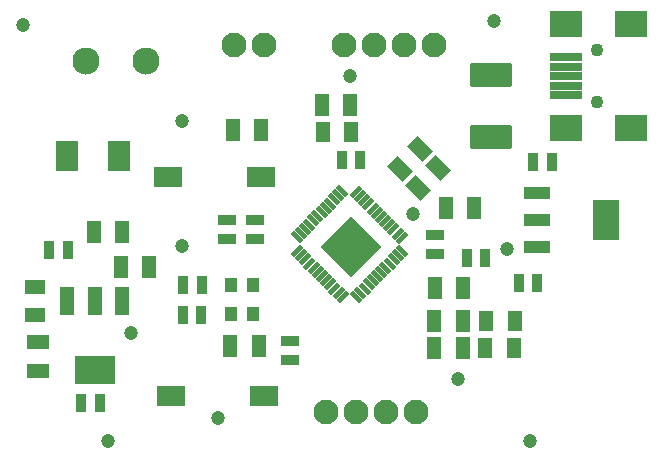
<source format=gts>
G04*
G04 #@! TF.GenerationSoftware,Altium Limited,Altium Designer,22.9.1 (49)*
G04*
G04 Layer_Color=8388736*
%FSLAX44Y44*%
%MOMM*%
G71*
G04*
G04 #@! TF.SameCoordinates,24B0C1BF-96A6-467D-9BB2-DF91BAA7A13C*
G04*
G04*
G04 #@! TF.FilePolarity,Negative*
G04*
G01*
G75*
%ADD24R,1.2000X1.8000*%
%ADD26R,1.8000X1.2000*%
G04:AMPARAMS|DCode=36|XSize=0.4mm|YSize=1.1mm|CornerRadius=0mm|HoleSize=0mm|Usage=FLASHONLY|Rotation=135.000|XOffset=0mm|YOffset=0mm|HoleType=Round|Shape=Rectangle|*
%AMROTATEDRECTD36*
4,1,4,0.5303,0.2475,-0.2475,-0.5303,-0.5303,-0.2475,0.2475,0.5303,0.5303,0.2475,0.0*
%
%ADD36ROTATEDRECTD36*%

G04:AMPARAMS|DCode=37|XSize=3.7mm|YSize=3.7mm|CornerRadius=0.14mm|HoleSize=0mm|Usage=FLASHONLY|Rotation=45.000|XOffset=0mm|YOffset=0mm|HoleType=Round|Shape=RoundedRectangle|*
%AMROUNDEDRECTD37*
21,1,3.7000,3.4200,0,0,45.0*
21,1,3.4200,3.7000,0,0,45.0*
1,1,0.2800,2.4183,0.0000*
1,1,0.2800,0.0000,-2.4183*
1,1,0.2800,-2.4183,0.0000*
1,1,0.2800,0.0000,2.4183*
%
%ADD37ROUNDEDRECTD37*%
G04:AMPARAMS|DCode=38|XSize=0.4mm|YSize=1.1mm|CornerRadius=0mm|HoleSize=0mm|Usage=FLASHONLY|Rotation=225.000|XOffset=0mm|YOffset=0mm|HoleType=Round|Shape=Rectangle|*
%AMROTATEDRECTD38*
4,1,4,-0.2475,0.5303,0.5303,-0.2475,0.2475,-0.5303,-0.5303,0.2475,-0.2475,0.5303,0.0*
%
%ADD38ROTATEDRECTD38*%

G04:AMPARAMS|DCode=39|XSize=2.1032mm|YSize=3.5732mm|CornerRadius=0.1681mm|HoleSize=0mm|Usage=FLASHONLY|Rotation=90.000|XOffset=0mm|YOffset=0mm|HoleType=Round|Shape=RoundedRectangle|*
%AMROUNDEDRECTD39*
21,1,2.1032,3.2370,0,0,90.0*
21,1,1.7670,3.5732,0,0,90.0*
1,1,0.3362,1.6185,0.8835*
1,1,0.3362,1.6185,-0.8835*
1,1,0.3362,-1.6185,-0.8835*
1,1,0.3362,-1.6185,0.8835*
%
%ADD39ROUNDEDRECTD39*%
%ADD40R,1.1032X1.2032*%
%ADD41R,2.2500X1.1000*%
%ADD42R,2.2500X3.3500*%
%ADD43R,2.2500X1.1000*%
%ADD44R,2.3832X1.8032*%
%ADD45R,1.3000X1.9000*%
G04:AMPARAMS|DCode=46|XSize=1.3mm|YSize=1.9mm|CornerRadius=0mm|HoleSize=0mm|Usage=FLASHONLY|Rotation=225.000|XOffset=0mm|YOffset=0mm|HoleType=Round|Shape=Rectangle|*
%AMROTATEDRECTD46*
4,1,4,-0.2121,1.1314,1.1314,-0.2121,0.2121,-1.1314,-1.1314,0.2121,-0.2121,1.1314,0.0*
%
%ADD46ROTATEDRECTD46*%

%ADD47R,1.9000X1.3000*%
%ADD48R,2.7032X2.2032*%
%ADD49R,2.7032X0.7032*%
%ADD50R,1.9000X2.6000*%
%ADD51R,0.9000X1.5000*%
%ADD52R,1.5000X0.9000*%
%ADD53R,1.1532X2.3532*%
%ADD54R,3.4532X2.3532*%
%ADD55C,2.3000*%
%ADD56C,1.1032*%
%ADD57C,2.1000*%
%ADD58C,1.2032*%
D24*
X302260Y294640D02*
D03*
X278260D02*
D03*
X440690Y134620D02*
D03*
X416690D02*
D03*
X439990Y111760D02*
D03*
X415990D02*
D03*
D26*
X34290Y163130D02*
D03*
Y139130D02*
D03*
D36*
X316932Y233018D02*
D03*
X320468Y229483D02*
D03*
X345217Y204734D02*
D03*
X341681Y208270D02*
D03*
X338146Y211805D02*
D03*
X331075Y218876D02*
D03*
X327539Y222412D02*
D03*
X334610Y215341D02*
D03*
X324003Y225947D02*
D03*
X313397Y236554D02*
D03*
X309861Y240090D02*
D03*
X306326Y243625D02*
D03*
X256404Y193562D02*
D03*
X270546Y179420D02*
D03*
X267011Y182955D02*
D03*
X263475Y186491D02*
D03*
X259940Y190026D02*
D03*
X295295Y154671D02*
D03*
X291759Y158207D02*
D03*
X288224Y161742D02*
D03*
X277617Y172349D02*
D03*
X281153Y168813D02*
D03*
X284688Y165278D02*
D03*
X274082Y175884D02*
D03*
D37*
X302260Y196850D02*
D03*
D38*
X306609Y154600D02*
D03*
X310144Y158136D02*
D03*
X313680Y161672D02*
D03*
X317215Y165207D02*
D03*
X295012Y244261D02*
D03*
X320751Y168743D02*
D03*
X324286Y172278D02*
D03*
X327822Y175814D02*
D03*
X331357Y179349D02*
D03*
X334893Y182885D02*
D03*
X338428Y186420D02*
D03*
X341964Y189956D02*
D03*
X345500Y193491D02*
D03*
X291477Y240726D02*
D03*
X287941Y237190D02*
D03*
X284406Y233655D02*
D03*
X280870Y230119D02*
D03*
X277334Y226584D02*
D03*
X273799Y223048D02*
D03*
X270263Y219513D02*
D03*
X266728Y215977D02*
D03*
X263192Y212442D02*
D03*
X259657Y208906D02*
D03*
X256121Y205371D02*
D03*
D39*
X420370Y342900D02*
D03*
Y289700D02*
D03*
D40*
X200680Y140370D02*
D03*
X218880Y140170D02*
D03*
X218880Y164970D02*
D03*
X200680Y164670D02*
D03*
D41*
X459950Y196710D02*
D03*
Y219710D02*
D03*
D42*
X517950D02*
D03*
D43*
X459950Y242710D02*
D03*
D44*
X147690Y256540D02*
D03*
X225690D02*
D03*
X150230Y71120D02*
D03*
X228230D02*
D03*
D45*
X382400Y229870D02*
D03*
X406400D02*
D03*
X225930Y295910D02*
D03*
X201930D02*
D03*
X224090Y113030D02*
D03*
X200090D02*
D03*
X396810Y134620D02*
D03*
X372810D02*
D03*
X373380Y162560D02*
D03*
X397380D02*
D03*
X396810Y111760D02*
D03*
X372810D02*
D03*
X301560Y317500D02*
D03*
X277560D02*
D03*
X84520Y209550D02*
D03*
X108520D02*
D03*
X107380Y180340D02*
D03*
X131380D02*
D03*
D46*
X360275Y280265D02*
D03*
X343305Y263295D02*
D03*
X375515Y263755D02*
D03*
X358545Y246785D02*
D03*
D47*
X36830Y92140D02*
D03*
Y116140D02*
D03*
D48*
X539490Y297630D02*
D03*
Y385630D02*
D03*
X484490D02*
D03*
Y297630D02*
D03*
D49*
Y357630D02*
D03*
Y349630D02*
D03*
Y341630D02*
D03*
Y333630D02*
D03*
Y325630D02*
D03*
D50*
X61820Y274320D02*
D03*
X105820D02*
D03*
D51*
X175640Y139700D02*
D03*
X159640D02*
D03*
X176020Y165100D02*
D03*
X160020D02*
D03*
X444120Y166370D02*
D03*
X460120D02*
D03*
X472440Y269240D02*
D03*
X456440D02*
D03*
X416050Y187960D02*
D03*
X400050D02*
D03*
X310260Y270510D02*
D03*
X294260D02*
D03*
X46230Y194310D02*
D03*
X62230D02*
D03*
X73660Y64770D02*
D03*
X89660D02*
D03*
D52*
X196850Y220090D02*
D03*
Y204090D02*
D03*
X373380Y191390D02*
D03*
Y207390D02*
D03*
X220980Y220090D02*
D03*
Y204090D02*
D03*
X250190Y117220D02*
D03*
Y101220D02*
D03*
D53*
X108090Y151130D02*
D03*
X85090D02*
D03*
X62090D02*
D03*
D54*
X85090Y93130D02*
D03*
D55*
X77470Y354330D02*
D03*
X128270D02*
D03*
D56*
X510490Y363630D02*
D03*
Y319630D02*
D03*
D57*
X280670Y57150D02*
D03*
X306070D02*
D03*
X331470D02*
D03*
X356870D02*
D03*
X228600Y368300D02*
D03*
X203200D02*
D03*
X372110D02*
D03*
X346710D02*
D03*
X321310D02*
D03*
X295910D02*
D03*
D58*
X354629Y224482D02*
D03*
X301289Y341322D02*
D03*
X392729Y84782D02*
D03*
X434340Y195580D02*
D03*
X423209Y388312D02*
D03*
X24429Y384502D02*
D03*
X159049Y303222D02*
D03*
Y197812D02*
D03*
X115869Y124152D02*
D03*
X96819Y32712D02*
D03*
X189230Y52070D02*
D03*
X453390Y33020D02*
D03*
M02*

</source>
